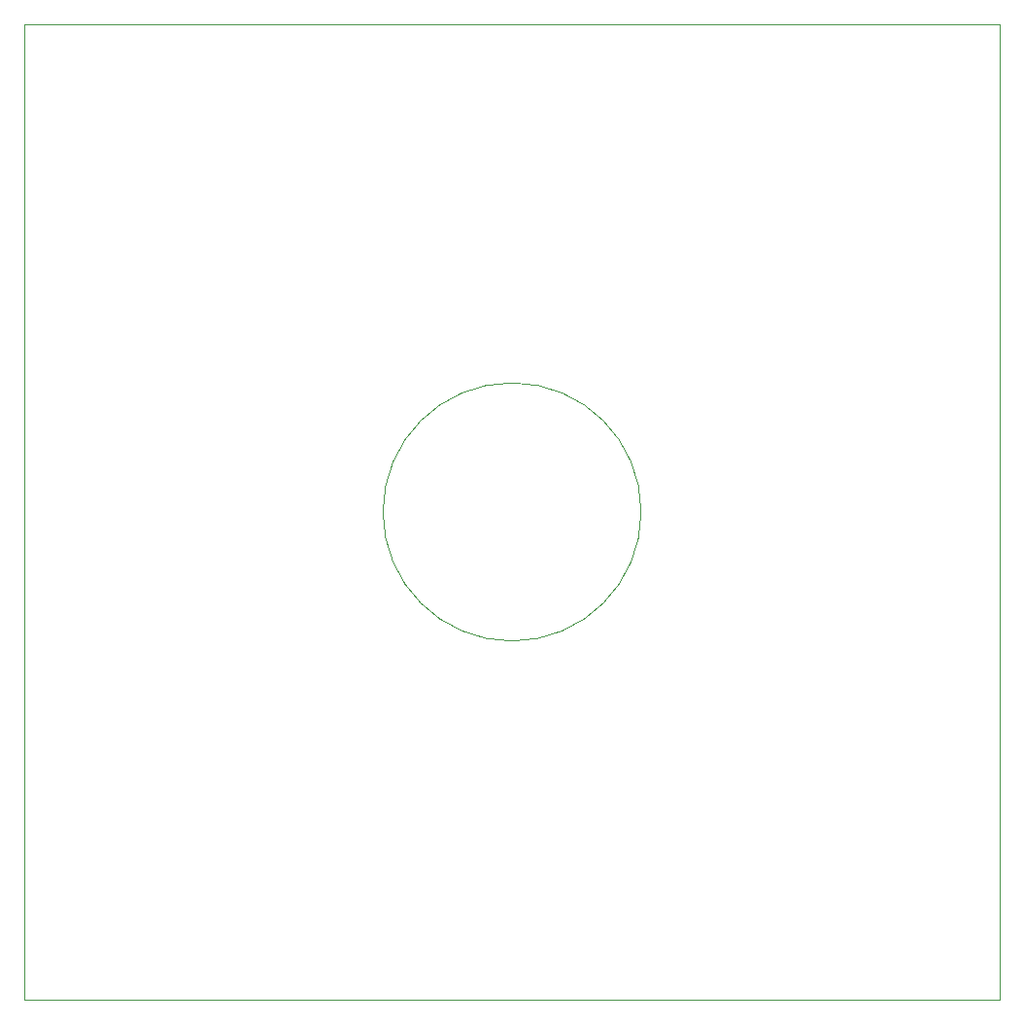
<source format=gm1>
G04 #@! TF.FileFunction,Profile,NP*
%FSLAX46Y46*%
G04 Gerber Fmt 4.6, Leading zero omitted, Abs format (unit mm)*
G04 Created by KiCad (PCBNEW 4.0.2+dfsg1-stable) date fre  9 dec 2016 10:59:23*
%MOMM*%
G01*
G04 APERTURE LIST*
%ADD10C,0.100000*%
%ADD11C,0.001000*%
G04 APERTURE END LIST*
D10*
D11*
X111250000Y-100000000D02*
G75*
G03X111250000Y-100000000I-11250000J0D01*
G01*
X57500000Y-142500000D02*
X57500000Y-57500000D01*
X142500000Y-142500000D02*
X57500000Y-142500000D01*
X142500000Y-57500000D02*
X142500000Y-142500000D01*
X57500000Y-57500000D02*
X142500000Y-57500000D01*
M02*

</source>
